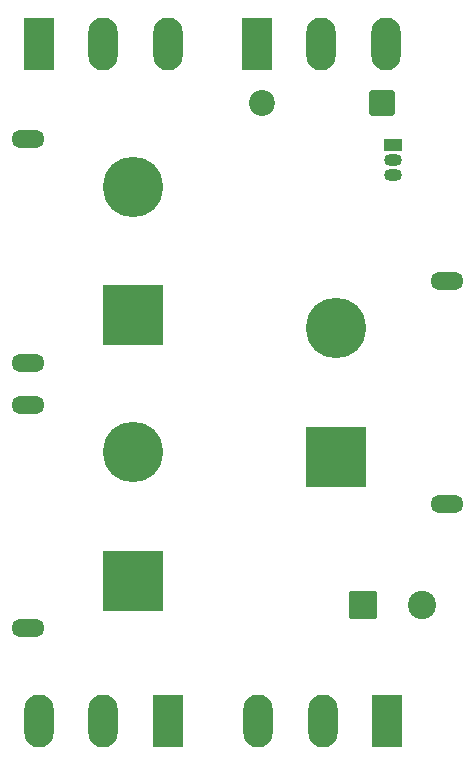
<source format=gbr>
%TF.GenerationSoftware,KiCad,Pcbnew,9.0.3*%
%TF.CreationDate,2025-12-08T06:40:44-06:00*%
%TF.ProjectId,Hotswap,486f7473-7761-4702-9e6b-696361645f70,rev?*%
%TF.SameCoordinates,Original*%
%TF.FileFunction,Soldermask,Bot*%
%TF.FilePolarity,Negative*%
%FSLAX46Y46*%
G04 Gerber Fmt 4.6, Leading zero omitted, Abs format (unit mm)*
G04 Created by KiCad (PCBNEW 9.0.3) date 2025-12-08 06:40:44*
%MOMM*%
%LPD*%
G01*
G04 APERTURE LIST*
G04 Aperture macros list*
%AMRoundRect*
0 Rectangle with rounded corners*
0 $1 Rounding radius*
0 $2 $3 $4 $5 $6 $7 $8 $9 X,Y pos of 4 corners*
0 Add a 4 corners polygon primitive as box body*
4,1,4,$2,$3,$4,$5,$6,$7,$8,$9,$2,$3,0*
0 Add four circle primitives for the rounded corners*
1,1,$1+$1,$2,$3*
1,1,$1+$1,$4,$5*
1,1,$1+$1,$6,$7*
1,1,$1+$1,$8,$9*
0 Add four rect primitives between the rounded corners*
20,1,$1+$1,$2,$3,$4,$5,0*
20,1,$1+$1,$4,$5,$6,$7,0*
20,1,$1+$1,$6,$7,$8,$9,0*
20,1,$1+$1,$8,$9,$2,$3,0*%
G04 Aperture macros list end*
%ADD10R,2.500000X4.500000*%
%ADD11O,2.500000X4.500000*%
%ADD12C,5.120000*%
%ADD13O,2.804000X1.504000*%
%ADD14RoundRect,0.102000X-2.458000X2.458000X-2.458000X-2.458000X2.458000X-2.458000X2.458000X2.458000X0*%
%ADD15RoundRect,0.102000X2.458000X-2.458000X2.458000X2.458000X-2.458000X2.458000X-2.458000X-2.458000X0*%
%ADD16R,1.500000X1.050000*%
%ADD17O,1.500000X1.050000*%
%ADD18RoundRect,0.250001X-0.949999X-0.949999X0.949999X-0.949999X0.949999X0.949999X-0.949999X0.949999X0*%
%ADD19C,2.400000*%
%ADD20RoundRect,0.249999X0.850001X0.850001X-0.850001X0.850001X-0.850001X-0.850001X0.850001X-0.850001X0*%
%ADD21C,2.200000*%
G04 APERTURE END LIST*
D10*
%TO.C,Q2*%
X59950000Y-84815000D03*
D11*
X54500000Y-84815000D03*
X49050000Y-84815000D03*
%TD*%
D10*
%TO.C,Q8*%
X49050000Y-27500000D03*
D11*
X54500000Y-27500000D03*
X59950000Y-27500000D03*
%TD*%
D12*
%TO.C,J1*%
X57000000Y-62050000D03*
D13*
X48100000Y-58050000D03*
X48100000Y-76950000D03*
D14*
X57000000Y-72950000D03*
%TD*%
D12*
%TO.C,J3*%
X74150000Y-51550000D03*
D13*
X83550000Y-66450000D03*
X83550000Y-47550000D03*
D15*
X74150000Y-62450000D03*
%TD*%
D12*
%TO.C,J2*%
X57000000Y-39550000D03*
D13*
X48100000Y-35550000D03*
X48100000Y-54450000D03*
D14*
X57000000Y-50450000D03*
%TD*%
D10*
%TO.C,Q4*%
X78500000Y-84815000D03*
D11*
X73050000Y-84815000D03*
X67600000Y-84815000D03*
%TD*%
D16*
%TO.C,Q11*%
X79000000Y-36000000D03*
D17*
X79000000Y-37270000D03*
X79000000Y-38540000D03*
%TD*%
D18*
%TO.C,C10*%
X76500000Y-75000000D03*
D19*
X81500000Y-75000000D03*
%TD*%
D10*
%TO.C,Q9*%
X67500000Y-27500000D03*
D11*
X72950000Y-27500000D03*
X78400000Y-27500000D03*
%TD*%
D20*
%TO.C,D3*%
X78080000Y-32500000D03*
D21*
X67920000Y-32500000D03*
%TD*%
M02*

</source>
